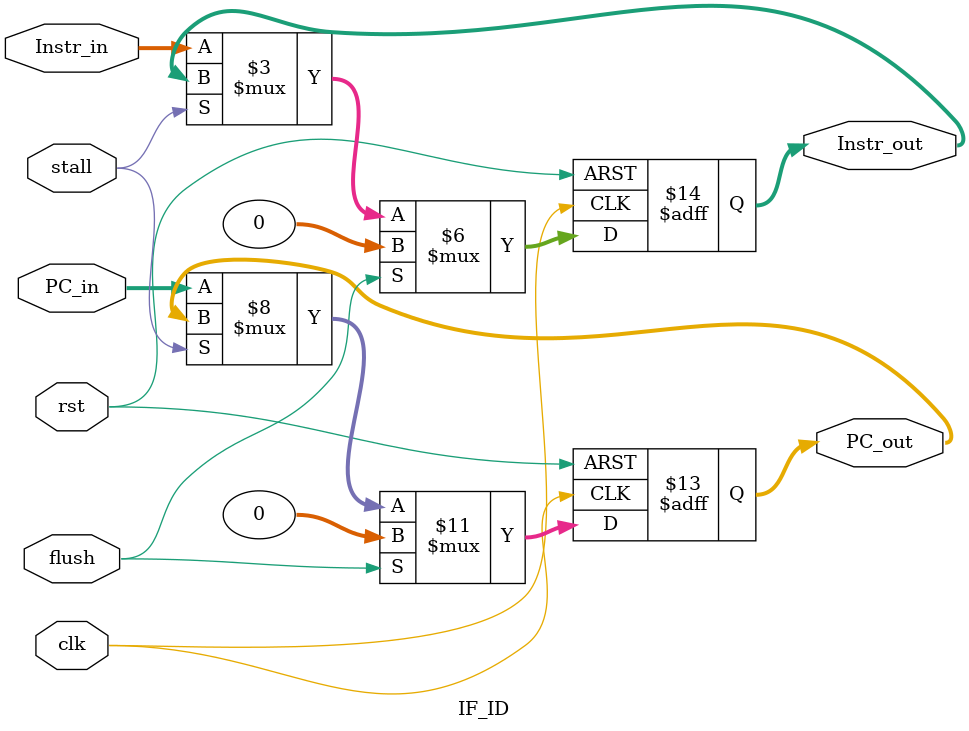
<source format=v>
`timescale 1ns / 1ps

`timescale 1ns/1ps
module IF_ID(
  input         clk,
  input         rst,
  input         stall,
  input         flush,
  input  [31:0] PC_in,
  input  [31:0] Instr_in,
  output reg [31:0] PC_out,
  output reg [31:0] Instr_out
);

  always @(posedge clk or posedge rst) begin
    if (rst) begin
      PC_out    <= 32'b0;
      Instr_out <= 32'b0;
    end else if (flush) begin
      PC_out    <= 32'b0;
      Instr_out <= 32'b0;
    end else if (!stall) begin
      PC_out    <= PC_in;
      Instr_out <= Instr_in;
    end
    // else stall: hold previous PC_out/Instr_out
  end

endmodule

</source>
